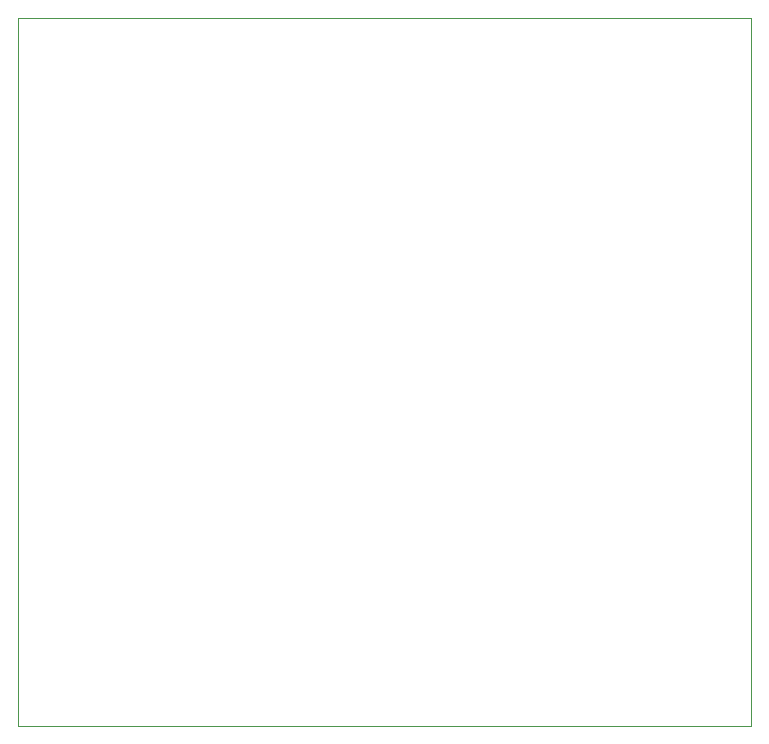
<source format=gbr>
%FSLAX34Y34*%
%MOMM*%
%LNOUTLINE*%
G71*
G01*
%ADD10C,0.002*%
%LPD*%
G54D10*
X0Y703200D02*
X620000Y703200D01*
X620000Y103200D01*
X0Y103200D01*
X0Y703200D01*
M02*

</source>
